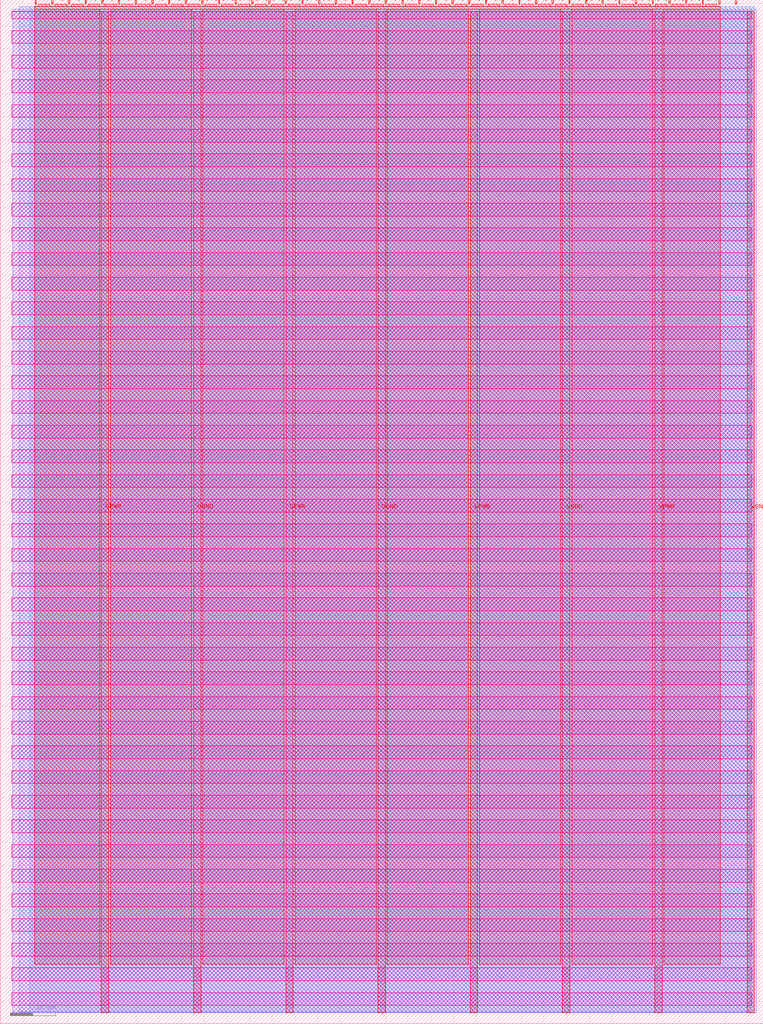
<source format=lef>
VERSION 5.7 ;
  NOWIREEXTENSIONATPIN ON ;
  DIVIDERCHAR "/" ;
  BUSBITCHARS "[]" ;
MACRO tt_um_mgyenik_bfcpu
  CLASS BLOCK ;
  FOREIGN tt_um_mgyenik_bfcpu ;
  ORIGIN 0.000 0.000 ;
  SIZE 168.360 BY 225.760 ;
  PIN VGND
    DIRECTION INOUT ;
    USE GROUND ;
    PORT
      LAYER met4 ;
        RECT 42.670 2.480 44.270 223.280 ;
    END
    PORT
      LAYER met4 ;
        RECT 83.380 2.480 84.980 223.280 ;
    END
    PORT
      LAYER met4 ;
        RECT 124.090 2.480 125.690 223.280 ;
    END
    PORT
      LAYER met4 ;
        RECT 164.800 2.480 166.400 223.280 ;
    END
  END VGND
  PIN VPWR
    DIRECTION INOUT ;
    USE POWER ;
    PORT
      LAYER met4 ;
        RECT 22.315 2.480 23.915 223.280 ;
    END
    PORT
      LAYER met4 ;
        RECT 63.025 2.480 64.625 223.280 ;
    END
    PORT
      LAYER met4 ;
        RECT 103.735 2.480 105.335 223.280 ;
    END
    PORT
      LAYER met4 ;
        RECT 144.445 2.480 146.045 223.280 ;
    END
  END VPWR
  PIN clk
    DIRECTION INPUT ;
    USE SIGNAL ;
    ANTENNAGATEAREA 0.852000 ;
    PORT
      LAYER met4 ;
        RECT 158.550 224.760 158.850 225.760 ;
    END
  END clk
  PIN ena
    DIRECTION INPUT ;
    USE SIGNAL ;
    PORT
      LAYER met4 ;
        RECT 162.230 224.760 162.530 225.760 ;
    END
  END ena
  PIN rst_n
    DIRECTION INPUT ;
    USE SIGNAL ;
    ANTENNAGATEAREA 0.213000 ;
    PORT
      LAYER met4 ;
        RECT 154.870 224.760 155.170 225.760 ;
    END
  END rst_n
  PIN ui_in[0]
    DIRECTION INPUT ;
    USE SIGNAL ;
    ANTENNAGATEAREA 0.159000 ;
    PORT
      LAYER met4 ;
        RECT 151.190 224.760 151.490 225.760 ;
    END
  END ui_in[0]
  PIN ui_in[1]
    DIRECTION INPUT ;
    USE SIGNAL ;
    ANTENNAGATEAREA 0.196500 ;
    PORT
      LAYER met4 ;
        RECT 147.510 224.760 147.810 225.760 ;
    END
  END ui_in[1]
  PIN ui_in[2]
    DIRECTION INPUT ;
    USE SIGNAL ;
    PORT
      LAYER met4 ;
        RECT 143.830 224.760 144.130 225.760 ;
    END
  END ui_in[2]
  PIN ui_in[3]
    DIRECTION INPUT ;
    USE SIGNAL ;
    PORT
      LAYER met4 ;
        RECT 140.150 224.760 140.450 225.760 ;
    END
  END ui_in[3]
  PIN ui_in[4]
    DIRECTION INPUT ;
    USE SIGNAL ;
    PORT
      LAYER met4 ;
        RECT 136.470 224.760 136.770 225.760 ;
    END
  END ui_in[4]
  PIN ui_in[5]
    DIRECTION INPUT ;
    USE SIGNAL ;
    PORT
      LAYER met4 ;
        RECT 132.790 224.760 133.090 225.760 ;
    END
  END ui_in[5]
  PIN ui_in[6]
    DIRECTION INPUT ;
    USE SIGNAL ;
    PORT
      LAYER met4 ;
        RECT 129.110 224.760 129.410 225.760 ;
    END
  END ui_in[6]
  PIN ui_in[7]
    DIRECTION INPUT ;
    USE SIGNAL ;
    PORT
      LAYER met4 ;
        RECT 125.430 224.760 125.730 225.760 ;
    END
  END ui_in[7]
  PIN uio_in[0]
    DIRECTION INPUT ;
    USE SIGNAL ;
    ANTENNAGATEAREA 0.196500 ;
    PORT
      LAYER met4 ;
        RECT 121.750 224.760 122.050 225.760 ;
    END
  END uio_in[0]
  PIN uio_in[1]
    DIRECTION INPUT ;
    USE SIGNAL ;
    ANTENNAGATEAREA 0.196500 ;
    PORT
      LAYER met4 ;
        RECT 118.070 224.760 118.370 225.760 ;
    END
  END uio_in[1]
  PIN uio_in[2]
    DIRECTION INPUT ;
    USE SIGNAL ;
    ANTENNAGATEAREA 0.196500 ;
    PORT
      LAYER met4 ;
        RECT 114.390 224.760 114.690 225.760 ;
    END
  END uio_in[2]
  PIN uio_in[3]
    DIRECTION INPUT ;
    USE SIGNAL ;
    ANTENNAGATEAREA 0.196500 ;
    PORT
      LAYER met4 ;
        RECT 110.710 224.760 111.010 225.760 ;
    END
  END uio_in[3]
  PIN uio_in[4]
    DIRECTION INPUT ;
    USE SIGNAL ;
    ANTENNAGATEAREA 0.196500 ;
    PORT
      LAYER met4 ;
        RECT 107.030 224.760 107.330 225.760 ;
    END
  END uio_in[4]
  PIN uio_in[5]
    DIRECTION INPUT ;
    USE SIGNAL ;
    ANTENNAGATEAREA 0.196500 ;
    PORT
      LAYER met4 ;
        RECT 103.350 224.760 103.650 225.760 ;
    END
  END uio_in[5]
  PIN uio_in[6]
    DIRECTION INPUT ;
    USE SIGNAL ;
    ANTENNAGATEAREA 0.196500 ;
    PORT
      LAYER met4 ;
        RECT 99.670 224.760 99.970 225.760 ;
    END
  END uio_in[6]
  PIN uio_in[7]
    DIRECTION INPUT ;
    USE SIGNAL ;
    ANTENNAGATEAREA 0.196500 ;
    PORT
      LAYER met4 ;
        RECT 95.990 224.760 96.290 225.760 ;
    END
  END uio_in[7]
  PIN uio_oe[0]
    DIRECTION OUTPUT TRISTATE ;
    USE SIGNAL ;
    ANTENNADIFFAREA 0.795200 ;
    PORT
      LAYER met4 ;
        RECT 33.430 224.760 33.730 225.760 ;
    END
  END uio_oe[0]
  PIN uio_oe[1]
    DIRECTION OUTPUT TRISTATE ;
    USE SIGNAL ;
    ANTENNADIFFAREA 0.795200 ;
    PORT
      LAYER met4 ;
        RECT 29.750 224.760 30.050 225.760 ;
    END
  END uio_oe[1]
  PIN uio_oe[2]
    DIRECTION OUTPUT TRISTATE ;
    USE SIGNAL ;
    ANTENNADIFFAREA 0.795200 ;
    PORT
      LAYER met4 ;
        RECT 26.070 224.760 26.370 225.760 ;
    END
  END uio_oe[2]
  PIN uio_oe[3]
    DIRECTION OUTPUT TRISTATE ;
    USE SIGNAL ;
    ANTENNADIFFAREA 0.795200 ;
    PORT
      LAYER met4 ;
        RECT 22.390 224.760 22.690 225.760 ;
    END
  END uio_oe[3]
  PIN uio_oe[4]
    DIRECTION OUTPUT TRISTATE ;
    USE SIGNAL ;
    ANTENNADIFFAREA 0.795200 ;
    PORT
      LAYER met4 ;
        RECT 18.710 224.760 19.010 225.760 ;
    END
  END uio_oe[4]
  PIN uio_oe[5]
    DIRECTION OUTPUT TRISTATE ;
    USE SIGNAL ;
    ANTENNADIFFAREA 0.795200 ;
    PORT
      LAYER met4 ;
        RECT 15.030 224.760 15.330 225.760 ;
    END
  END uio_oe[5]
  PIN uio_oe[6]
    DIRECTION OUTPUT TRISTATE ;
    USE SIGNAL ;
    ANTENNADIFFAREA 0.795200 ;
    PORT
      LAYER met4 ;
        RECT 11.350 224.760 11.650 225.760 ;
    END
  END uio_oe[6]
  PIN uio_oe[7]
    DIRECTION OUTPUT TRISTATE ;
    USE SIGNAL ;
    ANTENNADIFFAREA 0.795200 ;
    PORT
      LAYER met4 ;
        RECT 7.670 224.760 7.970 225.760 ;
    END
  END uio_oe[7]
  PIN uio_out[0]
    DIRECTION OUTPUT TRISTATE ;
    USE SIGNAL ;
    ANTENNAGATEAREA 0.126000 ;
    ANTENNADIFFAREA 0.891000 ;
    PORT
      LAYER met4 ;
        RECT 62.870 224.760 63.170 225.760 ;
    END
  END uio_out[0]
  PIN uio_out[1]
    DIRECTION OUTPUT TRISTATE ;
    USE SIGNAL ;
    ANTENNAGATEAREA 0.126000 ;
    ANTENNADIFFAREA 0.445500 ;
    PORT
      LAYER met4 ;
        RECT 59.190 224.760 59.490 225.760 ;
    END
  END uio_out[1]
  PIN uio_out[2]
    DIRECTION OUTPUT TRISTATE ;
    USE SIGNAL ;
    ANTENNAGATEAREA 0.126000 ;
    ANTENNADIFFAREA 0.891000 ;
    PORT
      LAYER met4 ;
        RECT 55.510 224.760 55.810 225.760 ;
    END
  END uio_out[2]
  PIN uio_out[3]
    DIRECTION OUTPUT TRISTATE ;
    USE SIGNAL ;
    ANTENNAGATEAREA 0.126000 ;
    ANTENNADIFFAREA 0.445500 ;
    PORT
      LAYER met4 ;
        RECT 51.830 224.760 52.130 225.760 ;
    END
  END uio_out[3]
  PIN uio_out[4]
    DIRECTION OUTPUT TRISTATE ;
    USE SIGNAL ;
    ANTENNAGATEAREA 0.126000 ;
    ANTENNADIFFAREA 0.445500 ;
    PORT
      LAYER met4 ;
        RECT 48.150 224.760 48.450 225.760 ;
    END
  END uio_out[4]
  PIN uio_out[5]
    DIRECTION OUTPUT TRISTATE ;
    USE SIGNAL ;
    ANTENNAGATEAREA 0.126000 ;
    ANTENNADIFFAREA 0.445500 ;
    PORT
      LAYER met4 ;
        RECT 44.470 224.760 44.770 225.760 ;
    END
  END uio_out[5]
  PIN uio_out[6]
    DIRECTION OUTPUT TRISTATE ;
    USE SIGNAL ;
    ANTENNAGATEAREA 0.126000 ;
    ANTENNADIFFAREA 0.445500 ;
    PORT
      LAYER met4 ;
        RECT 40.790 224.760 41.090 225.760 ;
    END
  END uio_out[6]
  PIN uio_out[7]
    DIRECTION OUTPUT TRISTATE ;
    USE SIGNAL ;
    ANTENNAGATEAREA 0.126000 ;
    ANTENNADIFFAREA 0.445500 ;
    PORT
      LAYER met4 ;
        RECT 37.110 224.760 37.410 225.760 ;
    END
  END uio_out[7]
  PIN uo_out[0]
    DIRECTION OUTPUT TRISTATE ;
    USE SIGNAL ;
    ANTENNADIFFAREA 0.795200 ;
    PORT
      LAYER met4 ;
        RECT 92.310 224.760 92.610 225.760 ;
    END
  END uo_out[0]
  PIN uo_out[1]
    DIRECTION OUTPUT TRISTATE ;
    USE SIGNAL ;
    ANTENNAGATEAREA 0.126000 ;
    ANTENNADIFFAREA 0.891000 ;
    PORT
      LAYER met4 ;
        RECT 88.630 224.760 88.930 225.760 ;
    END
  END uo_out[1]
  PIN uo_out[2]
    DIRECTION OUTPUT TRISTATE ;
    USE SIGNAL ;
    ANTENNAGATEAREA 0.126000 ;
    ANTENNADIFFAREA 0.891000 ;
    PORT
      LAYER met4 ;
        RECT 84.950 224.760 85.250 225.760 ;
    END
  END uo_out[2]
  PIN uo_out[3]
    DIRECTION OUTPUT TRISTATE ;
    USE SIGNAL ;
    ANTENNAGATEAREA 0.499500 ;
    ANTENNADIFFAREA 0.891000 ;
    PORT
      LAYER met4 ;
        RECT 81.270 224.760 81.570 225.760 ;
    END
  END uo_out[3]
  PIN uo_out[4]
    DIRECTION OUTPUT TRISTATE ;
    USE SIGNAL ;
    ANTENNAGATEAREA 0.868500 ;
    ANTENNADIFFAREA 0.891000 ;
    PORT
      LAYER met4 ;
        RECT 77.590 224.760 77.890 225.760 ;
    END
  END uo_out[4]
  PIN uo_out[5]
    DIRECTION OUTPUT TRISTATE ;
    USE SIGNAL ;
    ANTENNAGATEAREA 0.994500 ;
    ANTENNADIFFAREA 0.891000 ;
    PORT
      LAYER met4 ;
        RECT 73.910 224.760 74.210 225.760 ;
    END
  END uo_out[5]
  PIN uo_out[6]
    DIRECTION OUTPUT TRISTATE ;
    USE SIGNAL ;
    ANTENNADIFFAREA 0.795200 ;
    PORT
      LAYER met4 ;
        RECT 70.230 224.760 70.530 225.760 ;
    END
  END uo_out[6]
  PIN uo_out[7]
    DIRECTION OUTPUT TRISTATE ;
    USE SIGNAL ;
    PORT
      LAYER met4 ;
        RECT 66.550 224.760 66.850 225.760 ;
    END
  END uo_out[7]
  OBS
      LAYER nwell ;
        RECT 2.570 221.625 165.790 223.230 ;
        RECT 2.570 216.185 165.790 219.015 ;
        RECT 2.570 210.745 165.790 213.575 ;
        RECT 2.570 205.305 165.790 208.135 ;
        RECT 2.570 199.865 165.790 202.695 ;
        RECT 2.570 194.425 165.790 197.255 ;
        RECT 2.570 188.985 165.790 191.815 ;
        RECT 2.570 183.545 165.790 186.375 ;
        RECT 2.570 178.105 165.790 180.935 ;
        RECT 2.570 172.665 165.790 175.495 ;
        RECT 2.570 167.225 165.790 170.055 ;
        RECT 2.570 161.785 165.790 164.615 ;
        RECT 2.570 156.345 165.790 159.175 ;
        RECT 2.570 150.905 165.790 153.735 ;
        RECT 2.570 145.465 165.790 148.295 ;
        RECT 2.570 140.025 165.790 142.855 ;
        RECT 2.570 134.585 165.790 137.415 ;
        RECT 2.570 129.145 165.790 131.975 ;
        RECT 2.570 123.705 165.790 126.535 ;
        RECT 2.570 118.265 165.790 121.095 ;
        RECT 2.570 112.825 165.790 115.655 ;
        RECT 2.570 107.385 165.790 110.215 ;
        RECT 2.570 101.945 165.790 104.775 ;
        RECT 2.570 96.505 165.790 99.335 ;
        RECT 2.570 91.065 165.790 93.895 ;
        RECT 2.570 85.625 165.790 88.455 ;
        RECT 2.570 80.185 165.790 83.015 ;
        RECT 2.570 74.745 165.790 77.575 ;
        RECT 2.570 69.305 165.790 72.135 ;
        RECT 2.570 63.865 165.790 66.695 ;
        RECT 2.570 58.425 165.790 61.255 ;
        RECT 2.570 52.985 165.790 55.815 ;
        RECT 2.570 47.545 165.790 50.375 ;
        RECT 2.570 42.105 165.790 44.935 ;
        RECT 2.570 36.665 165.790 39.495 ;
        RECT 2.570 31.225 165.790 34.055 ;
        RECT 2.570 25.785 165.790 28.615 ;
        RECT 2.570 20.345 165.790 23.175 ;
        RECT 2.570 14.905 165.790 17.735 ;
        RECT 2.570 9.465 165.790 12.295 ;
        RECT 2.570 4.025 165.790 6.855 ;
      LAYER li1 ;
        RECT 2.760 2.635 165.600 223.125 ;
      LAYER met1 ;
        RECT 2.760 2.480 166.820 223.680 ;
      LAYER met2 ;
        RECT 4.240 2.535 166.370 224.245 ;
      LAYER met3 ;
        RECT 6.505 2.555 166.390 224.225 ;
      LAYER met4 ;
        RECT 8.370 224.360 10.950 224.760 ;
        RECT 12.050 224.360 14.630 224.760 ;
        RECT 15.730 224.360 18.310 224.760 ;
        RECT 19.410 224.360 21.990 224.760 ;
        RECT 23.090 224.360 25.670 224.760 ;
        RECT 26.770 224.360 29.350 224.760 ;
        RECT 30.450 224.360 33.030 224.760 ;
        RECT 34.130 224.360 36.710 224.760 ;
        RECT 37.810 224.360 40.390 224.760 ;
        RECT 41.490 224.360 44.070 224.760 ;
        RECT 45.170 224.360 47.750 224.760 ;
        RECT 48.850 224.360 51.430 224.760 ;
        RECT 52.530 224.360 55.110 224.760 ;
        RECT 56.210 224.360 58.790 224.760 ;
        RECT 59.890 224.360 62.470 224.760 ;
        RECT 63.570 224.360 66.150 224.760 ;
        RECT 67.250 224.360 69.830 224.760 ;
        RECT 70.930 224.360 73.510 224.760 ;
        RECT 74.610 224.360 77.190 224.760 ;
        RECT 78.290 224.360 80.870 224.760 ;
        RECT 81.970 224.360 84.550 224.760 ;
        RECT 85.650 224.360 88.230 224.760 ;
        RECT 89.330 224.360 91.910 224.760 ;
        RECT 93.010 224.360 95.590 224.760 ;
        RECT 96.690 224.360 99.270 224.760 ;
        RECT 100.370 224.360 102.950 224.760 ;
        RECT 104.050 224.360 106.630 224.760 ;
        RECT 107.730 224.360 110.310 224.760 ;
        RECT 111.410 224.360 113.990 224.760 ;
        RECT 115.090 224.360 117.670 224.760 ;
        RECT 118.770 224.360 121.350 224.760 ;
        RECT 122.450 224.360 125.030 224.760 ;
        RECT 126.130 224.360 128.710 224.760 ;
        RECT 129.810 224.360 132.390 224.760 ;
        RECT 133.490 224.360 136.070 224.760 ;
        RECT 137.170 224.360 139.750 224.760 ;
        RECT 140.850 224.360 143.430 224.760 ;
        RECT 144.530 224.360 147.110 224.760 ;
        RECT 148.210 224.360 150.790 224.760 ;
        RECT 151.890 224.360 154.470 224.760 ;
        RECT 155.570 224.360 158.150 224.760 ;
        RECT 7.655 223.680 158.865 224.360 ;
        RECT 7.655 13.095 21.915 223.680 ;
        RECT 24.315 13.095 42.270 223.680 ;
        RECT 44.670 13.095 62.625 223.680 ;
        RECT 65.025 13.095 82.980 223.680 ;
        RECT 85.380 13.095 103.335 223.680 ;
        RECT 105.735 13.095 123.690 223.680 ;
        RECT 126.090 13.095 144.045 223.680 ;
        RECT 146.445 13.095 158.865 223.680 ;
  END
END tt_um_mgyenik_bfcpu
END LIBRARY


</source>
